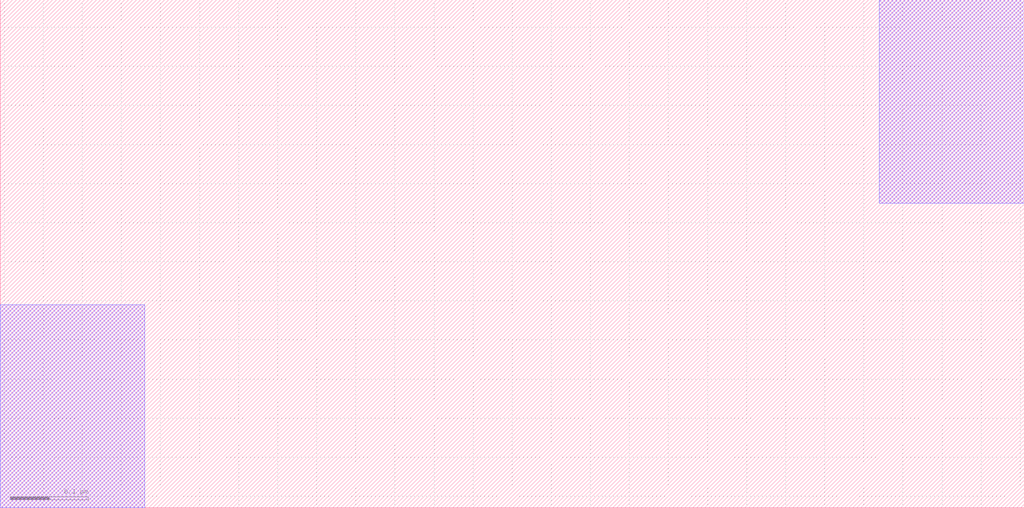
<source format=lef>
VERSION 5.7 ;
  NOWIREEXTENSIONATPIN ON ;
  DIVIDERCHAR "/" ;
  BUSBITCHARS "[]" ;
MACRO sky130_fd_bd_sram__openram_sp_cell_via
  CLASS BLOCK ;
  FOREIGN sky130_fd_bd_sram__openram_sp_cell_via ;
  ORIGIN 0.055 -0.635 ;
  SIZE 1.310 BY 0.650 ;
  OBS
      LAYER met1 ;
        RECT 1.070 1.025 1.255 1.285 ;
        RECT -0.055 0.635 0.130 0.895 ;
      LAYER met2 ;
        RECT 1.070 1.025 1.255 1.285 ;
        RECT -0.055 0.635 0.130 0.895 ;
  END
END sky130_fd_bd_sram__openram_sp_cell_via
END LIBRARY


</source>
